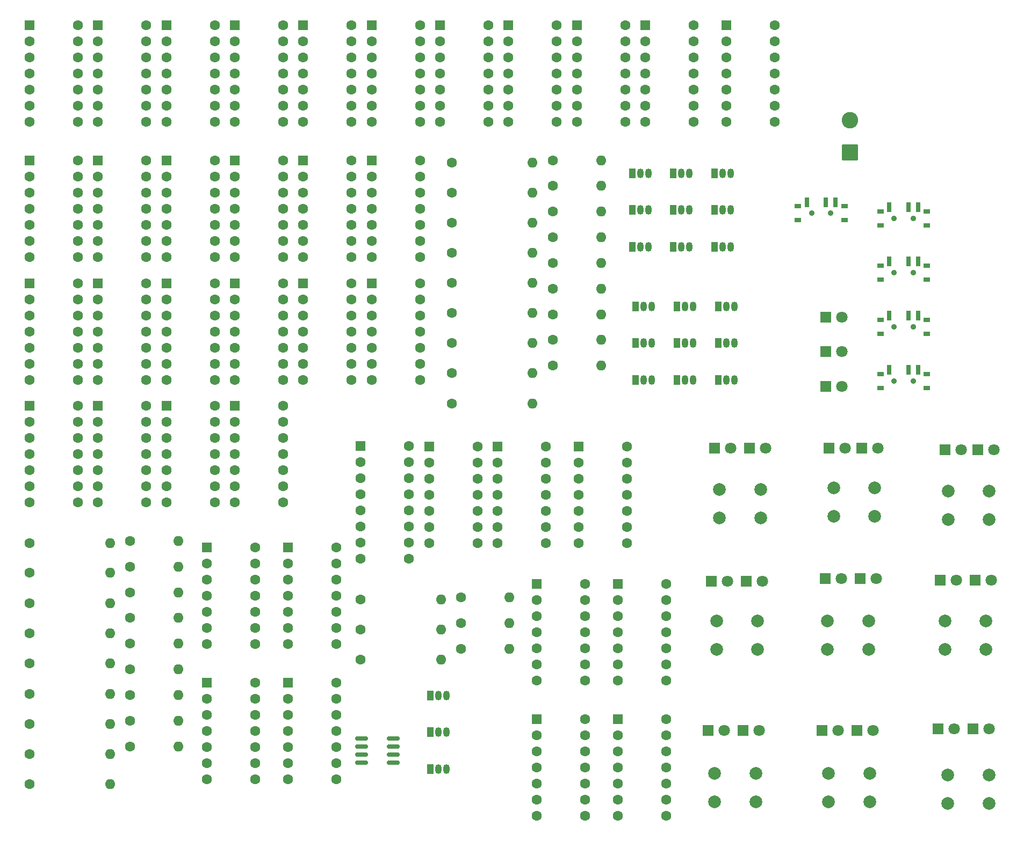
<source format=gbr>
%TF.GenerationSoftware,KiCad,Pcbnew,9.0.0*%
%TF.CreationDate,2025-04-01T09:44:26+05:30*%
%TF.ProjectId,DSD_Project,4453445f-5072-46f6-9a65-63742e6b6963,rev?*%
%TF.SameCoordinates,Original*%
%TF.FileFunction,Soldermask,Top*%
%TF.FilePolarity,Negative*%
%FSLAX46Y46*%
G04 Gerber Fmt 4.6, Leading zero omitted, Abs format (unit mm)*
G04 Created by KiCad (PCBNEW 9.0.0) date 2025-04-01 09:44:26*
%MOMM*%
%LPD*%
G01*
G04 APERTURE LIST*
G04 Aperture macros list*
%AMRoundRect*
0 Rectangle with rounded corners*
0 $1 Rounding radius*
0 $2 $3 $4 $5 $6 $7 $8 $9 X,Y pos of 4 corners*
0 Add a 4 corners polygon primitive as box body*
4,1,4,$2,$3,$4,$5,$6,$7,$8,$9,$2,$3,0*
0 Add four circle primitives for the rounded corners*
1,1,$1+$1,$2,$3*
1,1,$1+$1,$4,$5*
1,1,$1+$1,$6,$7*
1,1,$1+$1,$8,$9*
0 Add four rect primitives between the rounded corners*
20,1,$1+$1,$2,$3,$4,$5,0*
20,1,$1+$1,$4,$5,$6,$7,0*
20,1,$1+$1,$6,$7,$8,$9,0*
20,1,$1+$1,$8,$9,$2,$3,0*%
G04 Aperture macros list end*
%ADD10C,2.600000*%
%ADD11RoundRect,0.250000X1.050000X-1.050000X1.050000X1.050000X-1.050000X1.050000X-1.050000X-1.050000X0*%
%ADD12RoundRect,0.250000X-0.550000X-0.550000X0.550000X-0.550000X0.550000X0.550000X-0.550000X0.550000X0*%
%ADD13C,1.600000*%
%ADD14C,2.000000*%
%ADD15O,1.600000X1.600000*%
%ADD16R,1.800000X1.800000*%
%ADD17C,1.800000*%
%ADD18R,1.050000X1.500000*%
%ADD19O,1.050000X1.500000*%
%ADD20RoundRect,0.150000X-0.825000X-0.150000X0.825000X-0.150000X0.825000X0.150000X-0.825000X0.150000X0*%
%ADD21R,1.000000X0.800000*%
%ADD22C,0.900000*%
%ADD23R,0.700000X1.500000*%
G04 APERTURE END LIST*
D10*
%TO.C,BT1*%
X151000000Y-35500000D03*
D11*
X151000000Y-40580000D03*
%TD*%
D12*
%TO.C,U18*%
X108280000Y-86920000D03*
D13*
X108280000Y-89460000D03*
X108280000Y-92000000D03*
X108280000Y-94540000D03*
X108280000Y-97080000D03*
X108280000Y-99620000D03*
X108280000Y-102160000D03*
X115900000Y-102160000D03*
X115900000Y-99620000D03*
X115900000Y-97080000D03*
X115900000Y-94540000D03*
X115900000Y-92000000D03*
X115900000Y-89460000D03*
X115900000Y-86920000D03*
%TD*%
D12*
%TO.C,U20*%
X101680000Y-108640000D03*
D13*
X101680000Y-111180000D03*
X101680000Y-113720000D03*
X101680000Y-116260000D03*
X101680000Y-118800000D03*
X101680000Y-121340000D03*
X101680000Y-123880000D03*
X109300000Y-123880000D03*
X109300000Y-121340000D03*
X109300000Y-118800000D03*
X109300000Y-116260000D03*
X109300000Y-113720000D03*
X109300000Y-111180000D03*
X109300000Y-108640000D03*
%TD*%
D12*
%TO.C,U3*%
X43310000Y-41830000D03*
D13*
X43310000Y-44370000D03*
X43310000Y-46910000D03*
X43310000Y-49450000D03*
X43310000Y-51990000D03*
X43310000Y-54530000D03*
X43310000Y-57070000D03*
X50930000Y-57070000D03*
X50930000Y-54530000D03*
X50930000Y-51990000D03*
X50930000Y-49450000D03*
X50930000Y-46910000D03*
X50930000Y-44370000D03*
X50930000Y-41830000D03*
%TD*%
D14*
%TO.C,button7*%
X129690000Y-138500000D03*
X136190000Y-138500000D03*
X129690000Y-143000000D03*
X136190000Y-143000000D03*
%TD*%
D12*
%TO.C,U28*%
X64870000Y-20480000D03*
D13*
X64870000Y-23020000D03*
X64870000Y-25560000D03*
X64870000Y-28100000D03*
X64870000Y-30640000D03*
X64870000Y-33180000D03*
X64870000Y-35720000D03*
X72490000Y-35720000D03*
X72490000Y-33180000D03*
X72490000Y-30640000D03*
X72490000Y-28100000D03*
X72490000Y-25560000D03*
X72490000Y-23020000D03*
X72490000Y-20480000D03*
%TD*%
D12*
%TO.C,U23*%
X62500000Y-124190000D03*
D13*
X62500000Y-126730000D03*
X62500000Y-129270000D03*
X62500000Y-131810000D03*
X62500000Y-134350000D03*
X62500000Y-136890000D03*
X62500000Y-139430000D03*
X70120000Y-139430000D03*
X70120000Y-136890000D03*
X70120000Y-134350000D03*
X70120000Y-131810000D03*
X70120000Y-129270000D03*
X70120000Y-126730000D03*
X70120000Y-124190000D03*
%TD*%
D12*
%TO.C,U14*%
X32530000Y-80530000D03*
D13*
X32530000Y-83070000D03*
X32530000Y-85610000D03*
X32530000Y-88150000D03*
X32530000Y-90690000D03*
X32530000Y-93230000D03*
X32530000Y-95770000D03*
X40150000Y-95770000D03*
X40150000Y-93230000D03*
X40150000Y-90690000D03*
X40150000Y-88150000D03*
X40150000Y-85610000D03*
X40150000Y-83070000D03*
X40150000Y-80530000D03*
%TD*%
D14*
%TO.C,button3*%
X166500000Y-94000000D03*
X173000000Y-94000000D03*
X166500000Y-98500000D03*
X173000000Y-98500000D03*
%TD*%
D13*
%TO.C,R41*%
X104190000Y-70150000D03*
D15*
X111810000Y-70150000D03*
%TD*%
D12*
%TO.C,U13*%
X21750000Y-80530000D03*
D13*
X21750000Y-83070000D03*
X21750000Y-85610000D03*
X21750000Y-88150000D03*
X21750000Y-90690000D03*
X21750000Y-93230000D03*
X21750000Y-95770000D03*
X29370000Y-95770000D03*
X29370000Y-93230000D03*
X29370000Y-90690000D03*
X29370000Y-88150000D03*
X29370000Y-85610000D03*
X29370000Y-83070000D03*
X29370000Y-80530000D03*
%TD*%
%TO.C,R12*%
X37590000Y-109950000D03*
D15*
X45210000Y-109950000D03*
%TD*%
D13*
%TO.C,R5*%
X73930000Y-120610000D03*
D15*
X86630000Y-120610000D03*
%TD*%
D16*
%TO.C,x5*%
X147170000Y-107750000D03*
D17*
X149710000Y-107750000D03*
%TD*%
D13*
%TO.C,R37*%
X88340000Y-70650000D03*
D15*
X101040000Y-70650000D03*
%TD*%
D16*
%TO.C,x1*%
X129700000Y-87250000D03*
D17*
X132240000Y-87250000D03*
%TD*%
D16*
%TO.C,O_WON1*%
X147230000Y-72000000D03*
D17*
X149770000Y-72000000D03*
%TD*%
D18*
%TO.C,Q17*%
X123760000Y-70650000D03*
D19*
X125030000Y-70650000D03*
X126300000Y-70650000D03*
%TD*%
D12*
%TO.C,U4*%
X54090000Y-41830000D03*
D13*
X54090000Y-44370000D03*
X54090000Y-46910000D03*
X54090000Y-49450000D03*
X54090000Y-51990000D03*
X54090000Y-54530000D03*
X54090000Y-57070000D03*
X61710000Y-57070000D03*
X61710000Y-54530000D03*
X61710000Y-51990000D03*
X61710000Y-49450000D03*
X61710000Y-46910000D03*
X61710000Y-44370000D03*
X61710000Y-41830000D03*
%TD*%
D12*
%TO.C,U10*%
X54090000Y-61180000D03*
D13*
X54090000Y-63720000D03*
X54090000Y-66260000D03*
X54090000Y-68800000D03*
X54090000Y-71340000D03*
X54090000Y-73880000D03*
X54090000Y-76420000D03*
X61710000Y-76420000D03*
X61710000Y-73880000D03*
X61710000Y-71340000D03*
X61710000Y-68800000D03*
X61710000Y-66260000D03*
X61710000Y-63720000D03*
X61710000Y-61180000D03*
%TD*%
D12*
%TO.C,U24*%
X21750000Y-20480000D03*
D13*
X21750000Y-23020000D03*
X21750000Y-25560000D03*
X21750000Y-28100000D03*
X21750000Y-30640000D03*
X21750000Y-33180000D03*
X21750000Y-35720000D03*
X29370000Y-35720000D03*
X29370000Y-33180000D03*
X29370000Y-30640000D03*
X29370000Y-28100000D03*
X29370000Y-25560000D03*
X29370000Y-23020000D03*
X29370000Y-20480000D03*
%TD*%
D12*
%TO.C,U29*%
X75650000Y-20480000D03*
D13*
X75650000Y-23020000D03*
X75650000Y-25560000D03*
X75650000Y-28100000D03*
X75650000Y-30640000D03*
X75650000Y-33180000D03*
X75650000Y-35720000D03*
X83270000Y-35720000D03*
X83270000Y-33180000D03*
X83270000Y-30640000D03*
X83270000Y-28100000D03*
X83270000Y-25560000D03*
X83270000Y-23020000D03*
X83270000Y-20480000D03*
%TD*%
D12*
%TO.C,U32*%
X107990000Y-20480000D03*
D13*
X107990000Y-23020000D03*
X107990000Y-25560000D03*
X107990000Y-28100000D03*
X107990000Y-30640000D03*
X107990000Y-33180000D03*
X107990000Y-35720000D03*
X115610000Y-35720000D03*
X115610000Y-33180000D03*
X115610000Y-30640000D03*
X115610000Y-28100000D03*
X115610000Y-25560000D03*
X115610000Y-23020000D03*
X115610000Y-20480000D03*
%TD*%
D16*
%TO.C,x9*%
X164960000Y-131500000D03*
D17*
X167500000Y-131500000D03*
%TD*%
D18*
%TO.C,Q19*%
X130270000Y-64860000D03*
D19*
X131540000Y-64860000D03*
X132810000Y-64860000D03*
%TD*%
D16*
%TO.C,o5*%
X152670000Y-107750000D03*
D17*
X155210000Y-107750000D03*
%TD*%
D16*
%TO.C,x3*%
X166000000Y-87500000D03*
D17*
X168540000Y-87500000D03*
%TD*%
D13*
%TO.C,R32*%
X88340000Y-61150000D03*
D15*
X101040000Y-61150000D03*
%TD*%
D18*
%TO.C,Q8*%
X123220000Y-49650000D03*
D19*
X124490000Y-49650000D03*
X125760000Y-49650000D03*
%TD*%
D13*
%TO.C,R20*%
X37590000Y-126150000D03*
D15*
X45210000Y-126150000D03*
%TD*%
D13*
%TO.C,R38*%
X88340000Y-75400000D03*
D15*
X101040000Y-75400000D03*
%TD*%
D16*
%TO.C,o7*%
X134210000Y-131750000D03*
D17*
X136750000Y-131750000D03*
%TD*%
D20*
%TO.C,U40*%
X74105000Y-132985000D03*
X74105000Y-134255000D03*
X74105000Y-135525000D03*
X74105000Y-136795000D03*
X79055000Y-136795000D03*
X79055000Y-135525000D03*
X79055000Y-134255000D03*
X79055000Y-132985000D03*
%TD*%
D18*
%TO.C,Q18*%
X123760000Y-76440000D03*
D19*
X125030000Y-76440000D03*
X126300000Y-76440000D03*
%TD*%
D16*
%TO.C,x4*%
X129210000Y-108250000D03*
D17*
X131750000Y-108250000D03*
%TD*%
D12*
%TO.C,U1*%
X21750000Y-41830000D03*
D13*
X21750000Y-44370000D03*
X21750000Y-46910000D03*
X21750000Y-49450000D03*
X21750000Y-51990000D03*
X21750000Y-54530000D03*
X21750000Y-57070000D03*
X29370000Y-57070000D03*
X29370000Y-54530000D03*
X29370000Y-51990000D03*
X29370000Y-49450000D03*
X29370000Y-46910000D03*
X29370000Y-44370000D03*
X29370000Y-41830000D03*
%TD*%
D12*
%TO.C,U31*%
X97210000Y-20480000D03*
D13*
X97210000Y-23020000D03*
X97210000Y-25560000D03*
X97210000Y-28100000D03*
X97210000Y-30640000D03*
X97210000Y-33180000D03*
X97210000Y-35720000D03*
X104830000Y-35720000D03*
X104830000Y-33180000D03*
X104830000Y-30640000D03*
X104830000Y-28100000D03*
X104830000Y-25560000D03*
X104830000Y-23020000D03*
X104830000Y-20480000D03*
%TD*%
D16*
%TO.C,x7*%
X128710000Y-131750000D03*
D17*
X131250000Y-131750000D03*
%TD*%
D16*
%TO.C,o2*%
X152940000Y-87250000D03*
D17*
X155480000Y-87250000D03*
%TD*%
D18*
%TO.C,Q15*%
X117250000Y-76440000D03*
D19*
X118520000Y-76440000D03*
X119790000Y-76440000D03*
%TD*%
D12*
%TO.C,U26*%
X43310000Y-20480000D03*
D13*
X43310000Y-23020000D03*
X43310000Y-25560000D03*
X43310000Y-28100000D03*
X43310000Y-30640000D03*
X43310000Y-33180000D03*
X43310000Y-35720000D03*
X50930000Y-35720000D03*
X50930000Y-33180000D03*
X50930000Y-30640000D03*
X50930000Y-28100000D03*
X50930000Y-25560000D03*
X50930000Y-23020000D03*
X50930000Y-20480000D03*
%TD*%
D12*
%TO.C,U9*%
X43310000Y-61180000D03*
D13*
X43310000Y-63720000D03*
X43310000Y-66260000D03*
X43310000Y-68800000D03*
X43310000Y-71340000D03*
X43310000Y-73880000D03*
X43310000Y-76420000D03*
X50930000Y-76420000D03*
X50930000Y-73880000D03*
X50930000Y-71340000D03*
X50930000Y-68800000D03*
X50930000Y-66260000D03*
X50930000Y-63720000D03*
X50930000Y-61180000D03*
%TD*%
D14*
%TO.C,button4*%
X130000000Y-114500000D03*
X136500000Y-114500000D03*
X130000000Y-119000000D03*
X136500000Y-119000000D03*
%TD*%
D21*
%TO.C,D_Preset1*%
X155850000Y-58440000D03*
X155850000Y-60650000D03*
D22*
X158000000Y-59550000D03*
X161000000Y-59550000D03*
D21*
X163150000Y-58440000D03*
X163150000Y-60650000D03*
D23*
X157250000Y-57790000D03*
X160250000Y-57790000D03*
X161750000Y-57790000D03*
%TD*%
D13*
%TO.C,R22*%
X37590000Y-130200000D03*
D15*
X45210000Y-130200000D03*
%TD*%
D14*
%TO.C,button5*%
X147460000Y-114500000D03*
X153960000Y-114500000D03*
X147460000Y-119000000D03*
X153960000Y-119000000D03*
%TD*%
D13*
%TO.C,R13*%
X21740000Y-116450000D03*
D15*
X34440000Y-116450000D03*
%TD*%
D13*
%TO.C,R42*%
X104190000Y-74200000D03*
D15*
X111810000Y-74200000D03*
%TD*%
D13*
%TO.C,R19*%
X21740000Y-130700000D03*
D15*
X34440000Y-130700000D03*
%TD*%
D13*
%TO.C,R7*%
X21740000Y-102200000D03*
D15*
X34440000Y-102200000D03*
%TD*%
D16*
%TO.C,x2*%
X147710000Y-87250000D03*
D17*
X150250000Y-87250000D03*
%TD*%
D14*
%TO.C,button9*%
X166440000Y-138750000D03*
X172940000Y-138750000D03*
X166440000Y-143250000D03*
X172940000Y-143250000D03*
%TD*%
D13*
%TO.C,R11*%
X21740000Y-111700000D03*
D15*
X34440000Y-111700000D03*
%TD*%
D21*
%TO.C,D_Clear1*%
X155850000Y-49890000D03*
X155850000Y-52100000D03*
D22*
X158000000Y-51000000D03*
X161000000Y-51000000D03*
D21*
X163150000Y-49890000D03*
X163150000Y-52100000D03*
D23*
X157250000Y-49240000D03*
X160250000Y-49240000D03*
X161750000Y-49240000D03*
%TD*%
D16*
%TO.C,o3*%
X171230000Y-87500000D03*
D17*
X173770000Y-87500000D03*
%TD*%
D12*
%TO.C,U7*%
X21750000Y-61180000D03*
D13*
X21750000Y-63720000D03*
X21750000Y-66260000D03*
X21750000Y-68800000D03*
X21750000Y-71340000D03*
X21750000Y-73880000D03*
X21750000Y-76420000D03*
X29370000Y-76420000D03*
X29370000Y-73880000D03*
X29370000Y-71340000D03*
X29370000Y-68800000D03*
X29370000Y-66260000D03*
X29370000Y-63720000D03*
X29370000Y-61180000D03*
%TD*%
D16*
%TO.C,o9*%
X170460000Y-131500000D03*
D17*
X173000000Y-131500000D03*
%TD*%
D12*
%TO.C,U21*%
X49720000Y-124190000D03*
D13*
X49720000Y-126730000D03*
X49720000Y-129270000D03*
X49720000Y-131810000D03*
X49720000Y-134350000D03*
X49720000Y-136890000D03*
X49720000Y-139430000D03*
X57340000Y-139430000D03*
X57340000Y-136890000D03*
X57340000Y-134350000D03*
X57340000Y-131810000D03*
X57340000Y-129270000D03*
X57340000Y-126730000D03*
X57340000Y-124190000D03*
%TD*%
%TO.C,R26*%
X88340000Y-46900000D03*
D15*
X101040000Y-46900000D03*
%TD*%
D18*
%TO.C,Q4*%
X116710000Y-43860000D03*
D19*
X117980000Y-43860000D03*
X119250000Y-43860000D03*
%TD*%
D14*
%TO.C,button8*%
X147650000Y-138500000D03*
X154150000Y-138500000D03*
X147650000Y-143000000D03*
X154150000Y-143000000D03*
%TD*%
D13*
%TO.C,R36*%
X104190000Y-62050000D03*
D15*
X111810000Y-62050000D03*
%TD*%
D18*
%TO.C,Q11*%
X129730000Y-49650000D03*
D19*
X131000000Y-49650000D03*
X132270000Y-49650000D03*
%TD*%
D13*
%TO.C,R29*%
X104190000Y-45850000D03*
D15*
X111810000Y-45850000D03*
%TD*%
D18*
%TO.C,Q6*%
X116710000Y-55440000D03*
D19*
X117980000Y-55440000D03*
X119250000Y-55440000D03*
%TD*%
D12*
%TO.C,U16*%
X114460000Y-108640000D03*
D13*
X114460000Y-111180000D03*
X114460000Y-113720000D03*
X114460000Y-116260000D03*
X114460000Y-118800000D03*
X114460000Y-121340000D03*
X114460000Y-123880000D03*
X122080000Y-123880000D03*
X122080000Y-121340000D03*
X122080000Y-118800000D03*
X122080000Y-116260000D03*
X122080000Y-113720000D03*
X122080000Y-111180000D03*
X122080000Y-108640000D03*
%TD*%
D14*
%TO.C,button2*%
X148460000Y-93500000D03*
X154960000Y-93500000D03*
X148460000Y-98000000D03*
X154960000Y-98000000D03*
%TD*%
D12*
%TO.C,U38*%
X95500000Y-86920000D03*
D13*
X95500000Y-89460000D03*
X95500000Y-92000000D03*
X95500000Y-94540000D03*
X95500000Y-97080000D03*
X95500000Y-99620000D03*
X95500000Y-102160000D03*
X103120000Y-102160000D03*
X103120000Y-99620000D03*
X103120000Y-97080000D03*
X103120000Y-94540000D03*
X103120000Y-92000000D03*
X103120000Y-89460000D03*
X103120000Y-86920000D03*
%TD*%
D16*
%TO.C,o1*%
X135210000Y-87250000D03*
D17*
X137750000Y-87250000D03*
%TD*%
D12*
%TO.C,U27*%
X54090000Y-20480000D03*
D13*
X54090000Y-23020000D03*
X54090000Y-25560000D03*
X54090000Y-28100000D03*
X54090000Y-30640000D03*
X54090000Y-33180000D03*
X54090000Y-35720000D03*
X61710000Y-35720000D03*
X61710000Y-33180000D03*
X61710000Y-30640000D03*
X61710000Y-28100000D03*
X61710000Y-25560000D03*
X61710000Y-23020000D03*
X61710000Y-20480000D03*
%TD*%
%TO.C,R35*%
X104190000Y-58000000D03*
D15*
X111810000Y-58000000D03*
%TD*%
D13*
%TO.C,R31*%
X88340000Y-56400000D03*
D15*
X101040000Y-56400000D03*
%TD*%
D12*
%TO.C,U35*%
X43310000Y-80530000D03*
D13*
X43310000Y-83070000D03*
X43310000Y-85610000D03*
X43310000Y-88150000D03*
X43310000Y-90690000D03*
X43310000Y-93230000D03*
X43310000Y-95770000D03*
X50930000Y-95770000D03*
X50930000Y-93230000D03*
X50930000Y-90690000D03*
X50930000Y-88150000D03*
X50930000Y-85610000D03*
X50930000Y-83070000D03*
X50930000Y-80530000D03*
%TD*%
D16*
%TO.C,DRAW1*%
X147230000Y-66530000D03*
D17*
X149770000Y-66530000D03*
%TD*%
D12*
%TO.C,U12*%
X75650000Y-61180000D03*
D13*
X75650000Y-63720000D03*
X75650000Y-66260000D03*
X75650000Y-68800000D03*
X75650000Y-71340000D03*
X75650000Y-73880000D03*
X75650000Y-76420000D03*
X83270000Y-76420000D03*
X83270000Y-73880000D03*
X83270000Y-71340000D03*
X83270000Y-68800000D03*
X83270000Y-66260000D03*
X83270000Y-63720000D03*
X83270000Y-61180000D03*
%TD*%
D18*
%TO.C,Q20*%
X130270000Y-70650000D03*
D19*
X131540000Y-70650000D03*
X132810000Y-70650000D03*
%TD*%
D12*
%TO.C,U36*%
X54090000Y-80530000D03*
D13*
X54090000Y-83070000D03*
X54090000Y-85610000D03*
X54090000Y-88150000D03*
X54090000Y-90690000D03*
X54090000Y-93230000D03*
X54090000Y-95770000D03*
X61710000Y-95770000D03*
X61710000Y-93230000D03*
X61710000Y-90690000D03*
X61710000Y-88150000D03*
X61710000Y-85610000D03*
X61710000Y-83070000D03*
X61710000Y-80530000D03*
%TD*%
D12*
%TO.C,U15*%
X49720000Y-102840000D03*
D13*
X49720000Y-105380000D03*
X49720000Y-107920000D03*
X49720000Y-110460000D03*
X49720000Y-113000000D03*
X49720000Y-115540000D03*
X49720000Y-118080000D03*
X57340000Y-118080000D03*
X57340000Y-115540000D03*
X57340000Y-113000000D03*
X57340000Y-110460000D03*
X57340000Y-107920000D03*
X57340000Y-105380000D03*
X57340000Y-102840000D03*
%TD*%
D18*
%TO.C,Q14*%
X117250000Y-70650000D03*
D19*
X118520000Y-70650000D03*
X119790000Y-70650000D03*
%TD*%
D12*
%TO.C,U11*%
X64870000Y-61180000D03*
D13*
X64870000Y-63720000D03*
X64870000Y-66260000D03*
X64870000Y-68800000D03*
X64870000Y-71340000D03*
X64870000Y-73880000D03*
X64870000Y-76420000D03*
X72490000Y-76420000D03*
X72490000Y-73880000D03*
X72490000Y-71340000D03*
X72490000Y-68800000D03*
X72490000Y-66260000D03*
X72490000Y-63720000D03*
X72490000Y-61180000D03*
%TD*%
%TO.C,R15*%
X21740000Y-121200000D03*
D15*
X34440000Y-121200000D03*
%TD*%
D18*
%TO.C,Q13*%
X117250000Y-64860000D03*
D19*
X118520000Y-64860000D03*
X119790000Y-64860000D03*
%TD*%
D14*
%TO.C,button6*%
X166000000Y-114500000D03*
X172500000Y-114500000D03*
X166000000Y-119000000D03*
X172500000Y-119000000D03*
%TD*%
D18*
%TO.C,Q10*%
X129730000Y-43860000D03*
D19*
X131000000Y-43860000D03*
X132270000Y-43860000D03*
%TD*%
D12*
%TO.C,U34*%
X73940000Y-86910000D03*
D13*
X73940000Y-89450000D03*
X73940000Y-91990000D03*
X73940000Y-94530000D03*
X73940000Y-97070000D03*
X73940000Y-99610000D03*
X73940000Y-102150000D03*
X73940000Y-104690000D03*
X81560000Y-104690000D03*
X81560000Y-102150000D03*
X81560000Y-99610000D03*
X81560000Y-97070000D03*
X81560000Y-94530000D03*
X81560000Y-91990000D03*
X81560000Y-89450000D03*
X81560000Y-86910000D03*
%TD*%
%TO.C,R1*%
X73930000Y-111110000D03*
D15*
X86630000Y-111110000D03*
%TD*%
D16*
%TO.C,o4*%
X134710000Y-108250000D03*
D17*
X137250000Y-108250000D03*
%TD*%
D12*
%TO.C,U19*%
X114460000Y-129990000D03*
D13*
X114460000Y-132530000D03*
X114460000Y-135070000D03*
X114460000Y-137610000D03*
X114460000Y-140150000D03*
X114460000Y-142690000D03*
X114460000Y-145230000D03*
X122080000Y-145230000D03*
X122080000Y-142690000D03*
X122080000Y-140150000D03*
X122080000Y-137610000D03*
X122080000Y-135070000D03*
X122080000Y-132530000D03*
X122080000Y-129990000D03*
%TD*%
D12*
%TO.C,U8*%
X32530000Y-61180000D03*
D13*
X32530000Y-63720000D03*
X32530000Y-66260000D03*
X32530000Y-68800000D03*
X32530000Y-71340000D03*
X32530000Y-73880000D03*
X32530000Y-76420000D03*
X40150000Y-76420000D03*
X40150000Y-73880000D03*
X40150000Y-71340000D03*
X40150000Y-68800000D03*
X40150000Y-66260000D03*
X40150000Y-63720000D03*
X40150000Y-61180000D03*
%TD*%
D12*
%TO.C,U22*%
X101680000Y-129990000D03*
D13*
X101680000Y-132530000D03*
X101680000Y-135070000D03*
X101680000Y-137610000D03*
X101680000Y-140150000D03*
X101680000Y-142690000D03*
X101680000Y-145230000D03*
X109300000Y-145230000D03*
X109300000Y-142690000D03*
X109300000Y-140150000D03*
X109300000Y-137610000D03*
X109300000Y-135070000D03*
X109300000Y-132530000D03*
X109300000Y-129990000D03*
%TD*%
D12*
%TO.C,U30*%
X86430000Y-20480000D03*
D13*
X86430000Y-23020000D03*
X86430000Y-25560000D03*
X86430000Y-28100000D03*
X86430000Y-30640000D03*
X86430000Y-33180000D03*
X86430000Y-35720000D03*
X94050000Y-35720000D03*
X94050000Y-33180000D03*
X94050000Y-30640000D03*
X94050000Y-28100000D03*
X94050000Y-25560000D03*
X94050000Y-23020000D03*
X94050000Y-20480000D03*
%TD*%
%TO.C,R18*%
X37590000Y-122100000D03*
D15*
X45210000Y-122100000D03*
%TD*%
D21*
%TO.C,T_Preset1*%
X155850000Y-75540000D03*
X155850000Y-77750000D03*
D22*
X158000000Y-76650000D03*
X161000000Y-76650000D03*
D21*
X163150000Y-75540000D03*
X163150000Y-77750000D03*
D23*
X157250000Y-74890000D03*
X160250000Y-74890000D03*
X161750000Y-74890000D03*
%TD*%
D12*
%TO.C,U33*%
X118770000Y-20480000D03*
D13*
X118770000Y-23020000D03*
X118770000Y-25560000D03*
X118770000Y-28100000D03*
X118770000Y-30640000D03*
X118770000Y-33180000D03*
X118770000Y-35720000D03*
X126390000Y-35720000D03*
X126390000Y-33180000D03*
X126390000Y-30640000D03*
X126390000Y-28100000D03*
X126390000Y-25560000D03*
X126390000Y-23020000D03*
X126390000Y-20480000D03*
%TD*%
D18*
%TO.C,Q5*%
X116710000Y-49650000D03*
D19*
X117980000Y-49650000D03*
X119250000Y-49650000D03*
%TD*%
D13*
%TO.C,R14*%
X37590000Y-114000000D03*
D15*
X45210000Y-114000000D03*
%TD*%
D13*
%TO.C,R21*%
X21740000Y-135450000D03*
D15*
X34440000Y-135450000D03*
%TD*%
D14*
%TO.C,button1*%
X130500000Y-93750000D03*
X137000000Y-93750000D03*
X130500000Y-98250000D03*
X137000000Y-98250000D03*
%TD*%
D13*
%TO.C,R4*%
X89780000Y-114810000D03*
D15*
X97400000Y-114810000D03*
%TD*%
D13*
%TO.C,R3*%
X73930000Y-115860000D03*
D15*
X86630000Y-115860000D03*
%TD*%
D18*
%TO.C,Q7*%
X123220000Y-43860000D03*
D19*
X124490000Y-43860000D03*
X125760000Y-43860000D03*
%TD*%
D18*
%TO.C,Q3*%
X84890000Y-137820000D03*
D19*
X86160000Y-137820000D03*
X87430000Y-137820000D03*
%TD*%
D16*
%TO.C,o6*%
X170730000Y-108000000D03*
D17*
X173270000Y-108000000D03*
%TD*%
D18*
%TO.C,Q21*%
X130270000Y-76440000D03*
D19*
X131540000Y-76440000D03*
X132810000Y-76440000D03*
%TD*%
D21*
%TO.C,T_Clear1*%
X155850000Y-66990000D03*
X155850000Y-69200000D03*
D22*
X158000000Y-68100000D03*
X161000000Y-68100000D03*
D21*
X163150000Y-66990000D03*
X163150000Y-69200000D03*
D23*
X157250000Y-66340000D03*
X160250000Y-66340000D03*
X161750000Y-66340000D03*
%TD*%
D21*
%TO.C,buckEn1*%
X142850000Y-49050000D03*
X142850000Y-51260000D03*
D22*
X145000000Y-50160000D03*
X148000000Y-50160000D03*
D21*
X150150000Y-49050000D03*
X150150000Y-51260000D03*
D23*
X144250000Y-48400000D03*
X147250000Y-48400000D03*
X148750000Y-48400000D03*
%TD*%
D13*
%TO.C,R8*%
X37590000Y-101850000D03*
D15*
X45210000Y-101850000D03*
%TD*%
D18*
%TO.C,Q9*%
X123220000Y-55440000D03*
D19*
X124490000Y-55440000D03*
X125760000Y-55440000D03*
%TD*%
D12*
%TO.C,U17*%
X62500000Y-102840000D03*
D13*
X62500000Y-105380000D03*
X62500000Y-107920000D03*
X62500000Y-110460000D03*
X62500000Y-113000000D03*
X62500000Y-115540000D03*
X62500000Y-118080000D03*
X70120000Y-118080000D03*
X70120000Y-115540000D03*
X70120000Y-113000000D03*
X70120000Y-110460000D03*
X70120000Y-107920000D03*
X70120000Y-105380000D03*
X70120000Y-102840000D03*
%TD*%
D18*
%TO.C,Q2*%
X84890000Y-132030000D03*
D19*
X86160000Y-132030000D03*
X87430000Y-132030000D03*
%TD*%
D13*
%TO.C,R39*%
X88340000Y-80150000D03*
D15*
X101040000Y-80150000D03*
%TD*%
D13*
%TO.C,R27*%
X88340000Y-51650000D03*
D15*
X101040000Y-51650000D03*
%TD*%
D16*
%TO.C,x8*%
X146670000Y-131750000D03*
D17*
X149210000Y-131750000D03*
%TD*%
D13*
%TO.C,R6*%
X89780000Y-118860000D03*
D15*
X97400000Y-118860000D03*
%TD*%
D12*
%TO.C,U2*%
X32530000Y-41830000D03*
D13*
X32530000Y-44370000D03*
X32530000Y-46910000D03*
X32530000Y-49450000D03*
X32530000Y-51990000D03*
X32530000Y-54530000D03*
X32530000Y-57070000D03*
X40150000Y-57070000D03*
X40150000Y-54530000D03*
X40150000Y-51990000D03*
X40150000Y-49450000D03*
X40150000Y-46910000D03*
X40150000Y-44370000D03*
X40150000Y-41830000D03*
%TD*%
%TO.C,R40*%
X104190000Y-66100000D03*
D15*
X111810000Y-66100000D03*
%TD*%
D16*
%TO.C,X_WON1*%
X147230000Y-77470000D03*
D17*
X149770000Y-77470000D03*
%TD*%
D16*
%TO.C,x6*%
X165230000Y-108000000D03*
D17*
X167770000Y-108000000D03*
%TD*%
D13*
%TO.C,R33*%
X88340000Y-65900000D03*
D15*
X101040000Y-65900000D03*
%TD*%
D13*
%TO.C,R16*%
X37590000Y-118050000D03*
D15*
X45210000Y-118050000D03*
%TD*%
D13*
%TO.C,R9*%
X21740000Y-106833700D03*
D15*
X34440000Y-106833700D03*
%TD*%
D13*
%TO.C,R17*%
X21740000Y-125950000D03*
D15*
X34440000Y-125950000D03*
%TD*%
D18*
%TO.C,Q12*%
X129730000Y-55440000D03*
D19*
X131000000Y-55440000D03*
X132270000Y-55440000D03*
%TD*%
D13*
%TO.C,R24*%
X37590000Y-134250000D03*
D15*
X45210000Y-134250000D03*
%TD*%
D16*
%TO.C,o8*%
X152170000Y-131750000D03*
D17*
X154710000Y-131750000D03*
%TD*%
D18*
%TO.C,Q1*%
X84890000Y-126240000D03*
D19*
X86160000Y-126240000D03*
X87430000Y-126240000D03*
%TD*%
D13*
%TO.C,R2*%
X89780000Y-110760000D03*
D15*
X97400000Y-110760000D03*
%TD*%
D13*
%TO.C,R23*%
X21740000Y-140200000D03*
D15*
X34440000Y-140200000D03*
%TD*%
D18*
%TO.C,Q16*%
X123760000Y-64860000D03*
D19*
X125030000Y-64860000D03*
X126300000Y-64860000D03*
%TD*%
D13*
%TO.C,R10*%
X37590000Y-105900000D03*
D15*
X45210000Y-105900000D03*
%TD*%
D13*
%TO.C,R34*%
X104190000Y-53950000D03*
D15*
X111810000Y-53950000D03*
%TD*%
D12*
%TO.C,U5*%
X64870000Y-41830000D03*
D13*
X64870000Y-44370000D03*
X64870000Y-46910000D03*
X64870000Y-49450000D03*
X64870000Y-51990000D03*
X64870000Y-54530000D03*
X64870000Y-57070000D03*
X72490000Y-57070000D03*
X72490000Y-54530000D03*
X72490000Y-51990000D03*
X72490000Y-49450000D03*
X72490000Y-46910000D03*
X72490000Y-44370000D03*
X72490000Y-41830000D03*
%TD*%
D12*
%TO.C,U37*%
X84720000Y-86920000D03*
D13*
X84720000Y-89460000D03*
X84720000Y-92000000D03*
X84720000Y-94540000D03*
X84720000Y-97080000D03*
X84720000Y-99620000D03*
X84720000Y-102160000D03*
X92340000Y-102160000D03*
X92340000Y-99620000D03*
X92340000Y-97080000D03*
X92340000Y-94540000D03*
X92340000Y-92000000D03*
X92340000Y-89460000D03*
X92340000Y-86920000D03*
%TD*%
%TO.C,R30*%
X104190000Y-49900000D03*
D15*
X111810000Y-49900000D03*
%TD*%
D13*
%TO.C,R28*%
X104190000Y-41800000D03*
D15*
X111810000Y-41800000D03*
%TD*%
D12*
%TO.C,U25*%
X32530000Y-20480000D03*
D13*
X32530000Y-23020000D03*
X32530000Y-25560000D03*
X32530000Y-28100000D03*
X32530000Y-30640000D03*
X32530000Y-33180000D03*
X32530000Y-35720000D03*
X40150000Y-35720000D03*
X40150000Y-33180000D03*
X40150000Y-30640000D03*
X40150000Y-28100000D03*
X40150000Y-25560000D03*
X40150000Y-23020000D03*
X40150000Y-20480000D03*
%TD*%
D12*
%TO.C,U39*%
X131550000Y-20480000D03*
D13*
X131550000Y-23020000D03*
X131550000Y-25560000D03*
X131550000Y-28100000D03*
X131550000Y-30640000D03*
X131550000Y-33180000D03*
X131550000Y-35720000D03*
X139170000Y-35720000D03*
X139170000Y-33180000D03*
X139170000Y-30640000D03*
X139170000Y-28100000D03*
X139170000Y-25560000D03*
X139170000Y-23020000D03*
X139170000Y-20480000D03*
%TD*%
D12*
%TO.C,U6*%
X75650000Y-41830000D03*
D13*
X75650000Y-44370000D03*
X75650000Y-46910000D03*
X75650000Y-49450000D03*
X75650000Y-51990000D03*
X75650000Y-54530000D03*
X75650000Y-57070000D03*
X83270000Y-57070000D03*
X83270000Y-54530000D03*
X83270000Y-51990000D03*
X83270000Y-49450000D03*
X83270000Y-46910000D03*
X83270000Y-44370000D03*
X83270000Y-41830000D03*
%TD*%
%TO.C,R25*%
X88340000Y-42150000D03*
D15*
X101040000Y-42150000D03*
%TD*%
M02*

</source>
